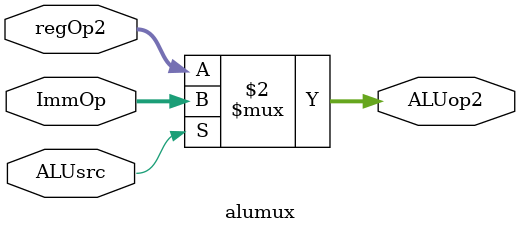
<source format=sv>
module alumux # (
    parameter DATA_WIDTH = 32
)(
    input logic [DATA_WIDTH-1:0] regOp2 ,
    input logic [DATA_WIDTH-1:0] ImmOp ,
    input logic ALUsrc,
    output logic [DATA_WIDTH-1:0] ALUop2 
);
    
always_comb begin
    ALUop2 = (ALUsrc) ? ImmOp : regOp2;
end

endmodule
</source>
